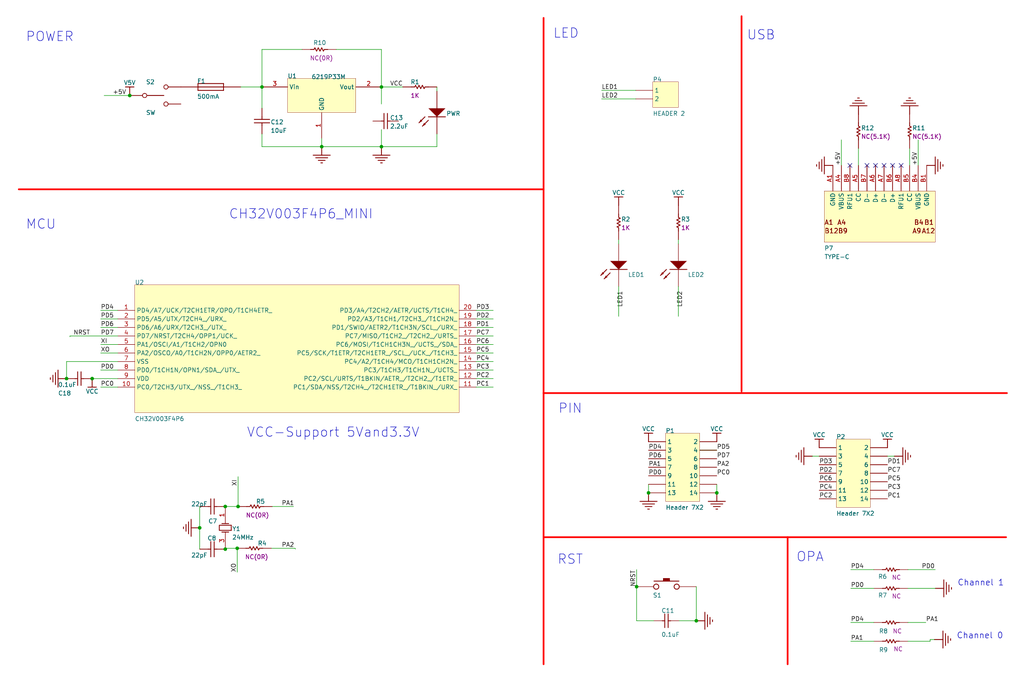
<source format=kicad_sch>
(kicad_sch (version 20231120) (generator "eeschema") (generator_version "8.0")
  (paper "User" 304.8 203.2)
  (lib_symbols
    (symbol "CH32V003F4P6-R0-1v1-altium-import:GND_POWER_GROUND" (power)
      (property "Reference" "#PWR" (at 0 0 0))
      (property "Value" "GND" (at 0 6.35 0))
      (symbol "GND_POWER_GROUND_0_0"
        (polyline (pts (xy -2.54 -2.54) (xy 2.54 -2.54)) (stroke (width 0.254)))
        (polyline (pts (xy -1.778 -3.302) (xy 1.778 -3.302)) (stroke (width 0.254)))
        (polyline (pts (xy -1.016 -4.064) (xy 1.016 -4.064)) (stroke (width 0.254)))
        (polyline (pts (xy -0.254 -4.826) (xy 0.254 -4.826)) (stroke (width 0.254)))
        (polyline (pts (xy 0 0) (xy 0 -2.54)) (stroke (width 0.254)))
        (pin power_in line (at 0 0 0) (length 0) hide (name "GND") (number ""))
      )
    )
    (symbol "CH32V003F4P6-R0-1v1-altium-import:V5V_BAR" (power)
      (property "Reference" "#PWR" (at 0 0 0))
      (property "Value" "V5V" (at 0 3.81 0))
      (symbol "V5V_BAR_0_0"
        (polyline (pts (xy -1.27 -2.54) (xy 1.27 -2.54)) (stroke (width 0.254)))
        (polyline (pts (xy 0 0) (xy 0 -2.54)) (stroke (width 0.254)))
        (pin power_in line (at 0 0 0) (length 0) hide (name "V5V") (number ""))
      )
    )
    (symbol "CH32V003F4P6-R0-1v1-altium-import:VCC_BAR" (power)
      (property "Reference" "#PWR" (at 0 0 0))
      (property "Value" "VCC" (at 0 3.81 0))
      (symbol "VCC_BAR_0_0"
        (polyline (pts (xy -1.27 -2.54) (xy 1.27 -2.54)) (stroke (width 0.254)))
        (polyline (pts (xy 0 0) (xy 0 -2.54)) (stroke (width 0.254)))
        (pin power_in line (at 0 0 0) (length 0) hide (name "VCC") (number ""))
      )
    )
    (symbol "CH32V003F4P6-R0-1v1-altium-import:root_0_6219P33M"
      (symbol "root_0_6219P33M_1_0"
        (rectangle (start 20.32 0) (end 0 -10.16) (stroke (width 0.0254) (color 128 0 0 1)) (fill (type background)))
        (pin passive line (at 10.16 -17.78 90) (length 7.62) (name "GND") (number "1"))
        (pin passive line (at 27.94 -2.54 180) (length 7.62) (name "Vout") (number "2"))
        (pin passive line (at -7.62 -2.54 0) (length 7.62) (name "Vin") (number "3"))
      )
    )
    (symbol "CH32V003F4P6-R0-1v1-altium-import:root_0_CH32V003F4P6"
      (symbol "root_0_CH32V003F4P6_1_0"
        (rectangle (start 96.52 0) (end 0 -38.1) (stroke (width 0.0254) (color 128 0 0 1)) (fill (type background)))
        (pin bidirectional line (at -5.08 -7.62 0) (length 5.08) (name "PD4/A7/UCK/T2CH1ETR/OPO/T1CH4ETR_") (number "1"))
        (pin bidirectional line (at -5.08 -30.48 0) (length 5.08) (name "PC0/T2CH3/UTX_/NSS_/T1CH3_") (number "10"))
        (pin bidirectional line (at 101.6 -30.48 180) (length 5.08) (name "PC1/SDA/NSS/T2CH4_/T2CH1ETR_/T1BKIN_/URX_") (number "11"))
        (pin bidirectional line (at 101.6 -27.94 180) (length 5.08) (name "PC2/SCL/URTS/T1BKIN/AETR_/T2CH2_/T1ETR_") (number "12"))
        (pin bidirectional line (at 101.6 -25.4 180) (length 5.08) (name "PC3/T1CH3/T1CH1N_/UCTS_") (number "13"))
        (pin bidirectional line (at 101.6 -22.86 180) (length 5.08) (name "PC4/A2/T1CH4/MCO/T1CH1CH2N_") (number "14"))
        (pin bidirectional line (at 101.6 -20.32 180) (length 5.08) (name "PC5/SCK/T1ETR/T2CH1ETR_/SCL_/UCK_/T1CH3_") (number "15"))
        (pin bidirectional line (at 101.6 -17.78 180) (length 5.08) (name "PC6/MOSI/T1CH1CH3N_/UCTS_/SDA_") (number "16"))
        (pin bidirectional line (at 101.6 -15.24 180) (length 5.08) (name "PC7/MISO/T1CH2_/T2CH2_/URTS_") (number "17"))
        (pin bidirectional line (at 101.6 -12.7 180) (length 5.08) (name "PD1/SWIO/AETR2/T1CH3N/SCL_/URX_") (number "18"))
        (pin bidirectional line (at 101.6 -10.16 180) (length 5.08) (name "PD2/A3/T1CH1/T2CH3_/T1CH2N_") (number "19"))
        (pin bidirectional line (at -5.08 -10.16 0) (length 5.08) (name "PD5/A5/UTX/T2CH4_/URX_") (number "2"))
        (pin bidirectional line (at 101.6 -7.62 180) (length 5.08) (name "PD3/A4/T2CH2/AETR/UCTS/T1CH4_") (number "20"))
        (pin bidirectional line (at -5.08 -12.7 0) (length 5.08) (name "PD6/A6/URX/T2CH3_/UTX_") (number "3"))
        (pin bidirectional line (at -5.08 -15.24 0) (length 5.08) (name "PD7/NRST/T2CH4/OPP1/UCK_") (number "4"))
        (pin bidirectional line (at -5.08 -17.78 0) (length 5.08) (name "PA1/OSCI/A1/T1CH2/OPN0") (number "5"))
        (pin bidirectional line (at -5.08 -20.32 0) (length 5.08) (name "PA2/OSCO/A0/T1CH2N/OPP0/AETR2_") (number "6"))
        (pin power_in line (at -5.08 -22.86 0) (length 5.08) (name "VSS") (number "7"))
        (pin bidirectional line (at -5.08 -25.4 0) (length 5.08) (name "PD0/T1CH1N/OPN1/SDA_/UTX_") (number "8"))
        (pin power_in line (at -5.08 -27.94 0) (length 5.08) (name "VDD") (number "9"))
      )
    )
    (symbol "CH32V003F4P6-R0-1v1-altium-import:root_0_Cap_0"
      (symbol "root_0_Cap_0_1_0"
        (polyline (pts (xy 0 -2.54) (xy 0.762 -2.54)) (stroke (width 0.254)))
        (polyline (pts (xy 0.762 -4.572) (xy 0.762 -0.508)) (stroke (width 0.254)))
        (polyline (pts (xy 1.778 -0.508) (xy 1.778 -4.572)) (stroke (width 0.254)))
        (polyline (pts (xy 2.54 -2.54) (xy 1.778 -2.54)) (stroke (width 0.254)))
        (pin passive line (at -2.54 -2.54 0) (length 2.54) (name "1") (number "1"))
        (pin passive line (at 5.08 -2.54 180) (length 2.54) (name "2") (number "2"))
      )
    )
    (symbol "CH32V003F4P6-R0-1v1-altium-import:root_0_FUSE1_0"
      (symbol "root_0_FUSE1_0_1_0"
        (polyline (pts (xy 0 -3.556) (xy 7.62 -3.556)) (stroke (width 0.254)))
        (polyline (pts (xy 0 -2.54) (xy 7.62 -2.54)) (stroke (width 0.254)))
        (polyline (pts (xy 0 -1.524) (xy 0 -3.556)) (stroke (width 0.254)))
        (polyline (pts (xy 0 -1.524) (xy 7.62 -1.524)) (stroke (width 0.254)))
        (polyline (pts (xy 7.62 -1.524) (xy 7.62 -3.556)) (stroke (width 0.254)))
        (pin passive line (at -5.08 -2.54 0) (length 5.08) (name "1") (number "1"))
        (pin passive line (at 12.7 -2.54 180) (length 5.08) (name "2") (number "2"))
      )
    )
    (symbol "CH32V003F4P6-R0-1v1-altium-import:root_0_HEADER 2"
      (symbol "root_0_HEADER 2_1_0"
        (rectangle (start 12.7 2.54) (end 5.08 -5.08) (stroke (width 0.0254) (color 128 0 0 1)) (fill (type background)))
        (pin passive line (at 0 0 0) (length 5.08) (name "1") (number "1"))
        (pin passive line (at 0 -2.54 0) (length 5.08) (name "2") (number "2"))
      )
    )
    (symbol "CH32V003F4P6-R0-1v1-altium-import:root_0_Header 7X2"
      (symbol "root_0_Header 7X2_1_0"
        (rectangle (start 10.16 0) (end 0 -20.32) (stroke (width 0.0254) (color 128 0 0 1)) (fill (type background)))
        (pin passive line (at -5.08 -2.54 0) (length 5.08) (name "1") (number "1"))
        (pin passive line (at 15.24 -12.7 180) (length 5.08) (name "10") (number "10"))
        (pin passive line (at -5.08 -15.24 0) (length 5.08) (name "11") (number "11"))
        (pin passive line (at 15.24 -15.24 180) (length 5.08) (name "12") (number "12"))
        (pin passive line (at -5.08 -17.78 0) (length 5.08) (name "13") (number "13"))
        (pin passive line (at 15.24 -17.78 180) (length 5.08) (name "14") (number "14"))
        (pin passive line (at 15.24 -2.54 180) (length 5.08) (name "2") (number "2"))
        (pin passive line (at -5.08 -5.08 0) (length 5.08) (name "3") (number "3"))
        (pin passive line (at 15.24 -5.08 180) (length 5.08) (name "4") (number "4"))
        (pin passive line (at -5.08 -7.62 0) (length 5.08) (name "5") (number "5"))
        (pin passive line (at 15.24 -7.62 180) (length 5.08) (name "6") (number "6"))
        (pin passive line (at -5.08 -10.16 0) (length 5.08) (name "7") (number "7"))
        (pin passive line (at 15.24 -10.16 180) (length 5.08) (name "8") (number "8"))
        (pin passive line (at -5.08 -12.7 0) (length 5.08) (name "9") (number "9"))
      )
    )
    (symbol "CH32V003F4P6-R0-1v1-altium-import:root_0_KEY_0"
      (symbol "root_0_KEY_0_1_0"
        (circle (center -4.318 0) (radius 0.762) (stroke (width 0.254)))
        (polyline (pts (xy -5.08 1.778) (xy -5.08 1.524) (xy 2.54 1.524) (xy 2.54 1.778) (xy -0.254 1.778) (xy -0.254 2.54) (xy -2.286 2.54) (xy -2.286 1.778) (xy -5.08 1.778)) (stroke (width -0.0001)) (fill (type outline)))
        (circle (center 1.778 0) (radius 0.762) (stroke (width 0.254)))
        (pin passive line (at -10.16 0 0) (length 5.08) (name "1") (number "1"))
        (pin passive line (at 7.62 0 180) (length 5.08) (name "2") (number "2"))
      )
    )
    (symbol "CH32V003F4P6-R0-1v1-altium-import:root_0_Res Semi_0"
      (symbol "root_0_Res Semi_0_1_0"
        (polyline (pts (xy 5.08 -2.54) (xy 4.064 -2.54) (xy 3.81 -3.048) (xy 3.302 -2.032) (xy 2.794 -3.048) (xy 2.286 -2.032) (xy 1.778 -3.048) (xy 1.27 -2.032) (xy 1.016 -2.54) (xy 0 -2.54)) (stroke (width 0.254)))
        (pin passive line (at -2.54 -2.54 0) (length 2.54) (name "1") (number "1"))
        (pin passive line (at 7.62 -2.54 180) (length 2.54) (name "2") (number "2"))
      )
    )
    (symbol "CH32V003F4P6-R0-1v1-altium-import:root_0_SW_0"
      (symbol "root_0_SW_0_1_0"
        (polyline (pts (xy 0 0) (xy 5.08 0)) (stroke (width 0.254)))
        (pin passive inverted (at -5.08 0 0) (length 5.08) (name "1") (number "1"))
        (pin passive inverted (at 10.16 -2.54 180) (length 5.08) (name "2") (number "2"))
        (pin passive inverted (at 10.16 2.54 180) (length 5.08) (name "3") (number "3"))
      )
    )
    (symbol "CH32V003F4P6-R0-1v1-altium-import:root_0_TYPE-C1_0"
      (symbol "root_0_TYPE-C1_0_1_0"
        (rectangle (start 33.02 0) (end 0 -15.24) (stroke (width 0.0254) (color 128 0 0 1)) (fill (type background)))
        (text "A1" (at 0 -10.16 0) (effects (font (size 1.397 1.397)) (justify left bottom)))
        (text "A1" (at 0 -10.16 0) (effects (font (size 1.397 1.397)) (justify left bottom)))
        (text "A1" (at 0 -10.16 0) (effects (font (size 1.397 1.397)) (justify left bottom)))
        (text "A12" (at 28.956 -12.7 0) (effects (font (size 1.397 1.397)) (justify left bottom)))
        (text "A12" (at 28.956 -12.7 0) (effects (font (size 1.397 1.397)) (justify left bottom)))
        (text "A12" (at 28.956 -12.7 0) (effects (font (size 1.397 1.397)) (justify left bottom)))
        (text "A4" (at 3.81 -10.16 0) (effects (font (size 1.397 1.397)) (justify left bottom)))
        (text "A4" (at 3.81 -10.16 0) (effects (font (size 1.397 1.397)) (justify left bottom)))
        (text "A4" (at 3.81 -10.16 0) (effects (font (size 1.397 1.397)) (justify left bottom)))
        (text "A9" (at 26.162 -12.7 0) (effects (font (size 1.397 1.397)) (justify left bottom)))
        (text "A9" (at 26.162 -12.7 0) (effects (font (size 1.397 1.397)) (justify left bottom)))
        (text "A9" (at 26.162 -12.7 0) (effects (font (size 1.397 1.397)) (justify left bottom)))
        (text "B1" (at 29.718 -10.16 0) (effects (font (size 1.397 1.397)) (justify left bottom)))
        (text "B1" (at 29.718 -10.16 0) (effects (font (size 1.397 1.397)) (justify left bottom)))
        (text "B1" (at 29.718 -10.16 0) (effects (font (size 1.397 1.397)) (justify left bottom)))
        (text "B12" (at 0 -12.7 0) (effects (font (size 1.397 1.397)) (justify left bottom)))
        (text "B12" (at 0 -12.7 0) (effects (font (size 1.397 1.397)) (justify left bottom)))
        (text "B12" (at 0 -12.7 0) (effects (font (size 1.397 1.397)) (justify left bottom)))
        (text "B4" (at 26.67 -10.16 0) (effects (font (size 1.397 1.397)) (justify left bottom)))
        (text "B4" (at 26.67 -10.16 0) (effects (font (size 1.397 1.397)) (justify left bottom)))
        (text "B4" (at 26.67 -10.16 0) (effects (font (size 1.397 1.397)) (justify left bottom)))
        (text "B9" (at 4.064 -12.7 0) (effects (font (size 1.397 1.397)) (justify left bottom)))
        (text "B9" (at 4.064 -12.7 0) (effects (font (size 1.397 1.397)) (justify left bottom)))
        (text "B9" (at 4.064 -12.7 0) (effects (font (size 1.397 1.397)) (justify left bottom)))
        (pin bidirectional line (at 2.54 7.62 270) (length 7.62) (name "GND") (number "A1"))
        (pin bidirectional line (at 5.08 7.62 270) (length 7.62) (name "VBUS") (number "A4"))
        (pin bidirectional line (at 10.16 7.62 270) (length 7.62) (name "CC") (number "A5"))
        (pin bidirectional line (at 15.24 7.62 270) (length 7.62) (name "D+") (number "A6"))
        (pin bidirectional line (at 17.78 7.62 270) (length 7.62) (name "D-") (number "A7"))
        (pin bidirectional line (at 22.86 7.62 270) (length 7.62) (name "RFU1") (number "A8"))
        (pin bidirectional line (at 30.48 7.62 270) (length 7.62) (name "GND") (number "B1"))
        (pin bidirectional line (at 27.94 7.62 270) (length 7.62) (name "VBUS") (number "B4"))
        (pin bidirectional line (at 25.4 7.62 270) (length 7.62) (name "CC") (number "B5"))
        (pin bidirectional line (at 20.32 7.62 270) (length 7.62) (name "D+") (number "B6"))
        (pin bidirectional line (at 12.7 7.62 270) (length 7.62) (name "D-") (number "B7"))
        (pin bidirectional line (at 7.62 7.62 270) (length 7.62) (name "RFU1") (number "B8"))
      )
    )
    (symbol "CH32V003F4P6-R0-1v1-altium-import:root_1_CAP_0"
      (symbol "root_1_CAP_0_1_0"
        (polyline (pts (xy 0 2.54) (xy 0.762 2.54)) (stroke (width 0.254)))
        (polyline (pts (xy 0.762 0.254) (xy 0.762 4.826)) (stroke (width 0.254)))
        (polyline (pts (xy 1.778 0.254) (xy 1.778 4.826)) (stroke (width 0.254)))
        (polyline (pts (xy 1.778 2.54) (xy 2.54 2.54)) (stroke (width 0.254)))
        (pin passive line (at -2.54 2.54 0) (length 2.54) (name "1") (number "1"))
        (pin passive line (at 5.08 2.54 180) (length 2.54) (name "2") (number "2"))
      )
    )
    (symbol "CH32V003F4P6-R0-1v1-altium-import:root_1_Res Semi_0"
      (symbol "root_1_Res Semi_0_1_0"
        (polyline (pts (xy 2.54 5.08) (xy 2.54 4.064) (xy 3.048 3.81) (xy 2.032 3.302) (xy 3.048 2.794) (xy 2.032 2.286) (xy 3.048 1.778) (xy 2.032 1.27) (xy 2.54 1.016) (xy 2.54 0)) (stroke (width 0.254)))
        (pin passive line (at 2.54 -2.54 90) (length 2.54) (name "1") (number "1"))
        (pin passive line (at 2.54 7.62 270) (length 2.54) (name "2") (number "2"))
      )
    )
    (symbol "CH32V003F4P6-R0-1v1-altium-import:root_1_mirrored_LED0_0"
      (symbol "root_1_mirrored_LED0_0_1_0"
        (polyline (pts (xy -1.016 -2.54) (xy -2.794 -4.318)) (stroke (width 0.254)))
        (polyline (pts (xy 0 -3.556) (xy -1.778 -5.334)) (stroke (width 0.254)))
        (polyline (pts (xy 0 -2.54) (xy 5.08 -2.54)) (stroke (width 0.254)))
        (polyline (pts (xy -2.794 -4.318) (xy -2.286 -3.302) (xy -1.778 -3.81) (xy -2.794 -4.318)) (stroke (width -0.0001)) (fill (type outline)))
        (polyline (pts (xy -1.778 -5.334) (xy -1.27 -4.318) (xy -0.762 -4.826) (xy -1.778 -5.334)) (stroke (width -0.0001)) (fill (type outline)))
        (polyline (pts (xy 5.08 0) (xy 2.54 -2.54) (xy 0 0) (xy 5.08 0)) (stroke (width -0.0001)) (fill (type outline)))
        (pin passive line (at 2.54 5.08 270) (length 5.08) (name "A") (number "1"))
        (pin passive line (at 2.54 -7.62 90) (length 5.08) (name "K") (number "2"))
      )
    )
    (symbol "CH32V003F4P6-R0-1v1-altium-import:root_2_Cap_0"
      (symbol "root_2_Cap_0_1_0"
        (polyline (pts (xy -2.54 2.54) (xy -1.778 2.54)) (stroke (width 0.254)))
        (polyline (pts (xy -1.778 0.508) (xy -1.778 4.572)) (stroke (width 0.254)))
        (polyline (pts (xy -0.762 4.572) (xy -0.762 0.508)) (stroke (width 0.254)))
        (polyline (pts (xy 0 2.54) (xy -0.762 2.54)) (stroke (width 0.254)))
        (pin passive line (at 2.54 2.54 180) (length 2.54) (name "1") (number "1"))
        (pin passive line (at -5.08 2.54 0) (length 2.54) (name "2") (number "2"))
      )
    )
    (symbol "CH32V003F4P6-R0-1v1-altium-import:root_2_Res Semi_0"
      (symbol "root_2_Res Semi_0_1_0"
        (polyline (pts (xy -5.08 2.54) (xy -4.064 2.54) (xy -3.81 3.048) (xy -3.302 2.032) (xy -2.794 3.048) (xy -2.286 2.032) (xy -1.778 3.048) (xy -1.27 2.032) (xy -1.016 2.54) (xy 0 2.54)) (stroke (width 0.254)))
        (pin passive line (at 2.54 2.54 180) (length 2.54) (name "1") (number "1"))
        (pin passive line (at -7.62 2.54 0) (length 2.54) (name "2") (number "2"))
      )
    )
    (symbol "CH32V003F4P6-R0-1v1-altium-import:root_3_CAP_0"
      (symbol "root_3_CAP_0_1_0"
        (polyline (pts (xy -2.286 -4.318) (xy 2.286 -4.318)) (stroke (width 0.254)))
        (polyline (pts (xy -2.286 -3.302) (xy 2.286 -3.302)) (stroke (width 0.254)))
        (polyline (pts (xy 0 -4.318) (xy 0 -5.08)) (stroke (width 0.254)))
        (polyline (pts (xy 0 -2.54) (xy 0 -3.302)) (stroke (width 0.254)))
        (pin passive line (at 0 0 270) (length 2.54) (name "1") (number "1"))
        (pin passive line (at 0 -7.62 90) (length 2.54) (name "2") (number "2"))
      )
    )
    (symbol "CH32V003F4P6-R0-1v1-altium-import:root_3_Res Semi_0"
      (symbol "root_3_Res Semi_0_1_0"
        (polyline (pts (xy -2.54 -5.08) (xy -2.54 -4.064) (xy -3.048 -3.81) (xy -2.032 -3.302) (xy -3.048 -2.794) (xy -2.032 -2.286) (xy -3.048 -1.778) (xy -2.032 -1.27) (xy -2.54 -1.016) (xy -2.54 0)) (stroke (width 0.254)))
        (pin passive line (at -2.54 2.54 270) (length 2.54) (name "1") (number "1"))
        (pin passive line (at -2.54 -7.62 90) (length 2.54) (name "2") (number "2"))
      )
    )
    (symbol "CH32V003F4P6-R0-1v1-altium-import:root_3_XTAL_0"
      (symbol "root_3_XTAL_0_1_0"
        (polyline (pts (xy -1.524 -2.54) (xy -3.556 -2.54)) (stroke (width 0.254)))
        (polyline (pts (xy -1.524 0) (xy -3.556 0)) (stroke (width 0.254)))
        (polyline (pts (xy -0.762 -0.508) (xy -0.762 -2.032)) (stroke (width 0.254)))
        (polyline (pts (xy -0.762 -2.032) (xy -4.318 -2.032) (xy -4.318 -0.508) (xy -0.762 -0.508)) (stroke (width 0.254)))
        (pin passive line (at -2.54 5.08 270) (length 5.08) (name "OSC1") (number "1"))
        (pin passive line (at -2.54 -7.62 90) (length 5.08) (name "OSC2") (number "3"))
      )
    )
    (symbol "CH32V003F4P6-R0-1v1-altium-import:root_3_mirrored_LED0_0"
      (symbol "root_3_mirrored_LED0_0_1_0"
        (polyline (pts (xy -1.016 -2.54) (xy -2.794 -4.318)) (stroke (width 0.254)))
        (polyline (pts (xy 0 -3.556) (xy -1.778 -5.334)) (stroke (width 0.254)))
        (polyline (pts (xy 0 -2.54) (xy 5.08 -2.54)) (stroke (width 0.254)))
        (polyline (pts (xy -2.794 -4.318) (xy -2.286 -3.302) (xy -1.778 -3.81) (xy -2.794 -4.318)) (stroke (width -0.0001)) (fill (type outline)))
        (polyline (pts (xy -1.778 -5.334) (xy -1.27 -4.318) (xy -0.762 -4.826) (xy -1.778 -5.334)) (stroke (width -0.0001)) (fill (type outline)))
        (polyline (pts (xy 5.08 0) (xy 2.54 -2.54) (xy 0 0) (xy 5.08 0)) (stroke (width -0.0001)) (fill (type outline)))
        (pin passive line (at 2.54 5.08 270) (length 5.08) (name "A") (number "1"))
        (pin passive line (at 2.54 -7.62 90) (length 5.08) (name "K") (number "2"))
      )
    )
  )
  (junction (at 59.436 157.226))
  (junction (at 113.538 43.688))
  (junction (at 95.758 43.688))
  (junction (at 27.432 112.776))
  (junction (at 189.484 174.752))
  (junction (at 213.36 146.812))
  (junction (at 67.056 150.876))
  (junction (at 207.264 184.912))
  (junction (at 113.538 25.908))
  (junction (at 70.866 150.876))
  (junction (at 38.608 28.448))
  (junction (at 193.04 146.812))
  (junction (at 19.812 112.776))
  (junction (at 77.978 25.908))
  (junction (at 70.612 163.322))
  (junction (at 67.056 163.576))
  (no_connect (at 252.984 49.276))
  (no_connect (at 263.144 49.276))
  (no_connect (at 265.684 49.276))
  (no_connect (at 268.224 49.276))
  (no_connect (at 260.604 49.276))
  (no_connect (at 258.064 49.276))
  (polyline (pts (xy 161.798 56.388) (xy 5.588 56.388)) (stroke (width 0.508) (type solid) (color 255 0 0 1)))
  (wire (pts (xy 20.828 100.076) (xy 20.828 100.33)))
  (wire (pts (xy 95.758 41.148) (xy 95.758 43.688)))
  (wire (pts (xy 141.732 102.616) (xy 146.812 102.616)))
  (wire (pts (xy 77.978 43.688) (xy 95.758 43.688)))
  (wire (pts (xy 67.056 150.876) (xy 70.866 150.876)))
  (wire (pts (xy 87.884 163.322) (xy 87.884 163.576)))
  (wire (pts (xy 19.812 107.696) (xy 19.812 112.776)))
  (wire (pts (xy 201.93 85.344) (xy 201.93 94.234)))
  (wire (pts (xy 100.076 14.732) (xy 113.538 14.732)))
  (wire (pts (xy 38.608 28.448) (xy 30.988 28.448)))
  (wire (pts (xy 189.484 174.752) (xy 189.484 169.672)))
  (wire (pts (xy 255.524 49.276) (xy 255.524 44.196)))
  (wire (pts (xy 113.538 25.908) (xy 119.888 25.908)))
  (wire (pts (xy 276.86 190.5) (xy 276.86 191.008)))
  (wire (pts (xy 184.15 85.344) (xy 184.15 94.234)))
  (wire (pts (xy 113.538 43.688) (xy 113.538 38.608)))
  (wire (pts (xy 59.436 150.876) (xy 59.436 157.226)))
  (wire (pts (xy 243.84 135.89) (xy 241.808 135.89)))
  (wire (pts (xy 270.256 185.42) (xy 275.59 185.42)))
  (wire (pts (xy 270.256 169.672) (xy 278.384 169.672)))
  (wire (pts (xy 95.758 43.688) (xy 113.538 43.688)))
  (wire (pts (xy 113.538 43.688) (xy 130.048 43.688)))
  (wire (pts (xy 270.764 49.276) (xy 270.764 44.196)))
  (wire (pts (xy 80.772 163.322) (xy 87.884 163.322)))
  (polyline (pts (xy 162.052 160.02) (xy 299.466 160.02)) (stroke (width 0.508) (type solid) (color 255 0 0 1)))
  (wire (pts (xy 77.978 32.258) (xy 77.978 25.908)))
  (wire (pts (xy 146.812 115.316) (xy 141.732 115.316)))
  (polyline (pts (xy 161.798 5.334) (xy 161.798 197.866)) (stroke (width 0.508) (type solid) (color 255 0 0 1)))
  (wire (pts (xy 35.052 97.536) (xy 29.972 97.536)))
  (wire (pts (xy 141.732 97.536) (xy 146.812 97.536)))
  (wire (pts (xy 276.86 190.5) (xy 278.13 190.5)))
  (wire (pts (xy 35.052 115.316) (xy 29.972 115.316)))
  (wire (pts (xy 29.972 110.236) (xy 35.052 110.236)))
  (wire (pts (xy 130.048 25.908) (xy 130.048 27.178)))
  (wire (pts (xy 207.264 184.912) (xy 207.264 174.752)))
  (wire (pts (xy 184.15 72.644) (xy 184.15 71.374)))
  (wire (pts (xy 270.256 175.26) (xy 278.384 175.26)))
  (wire (pts (xy 27.432 112.776) (xy 35.052 112.776)))
  (wire (pts (xy 189.23 29.464) (xy 179.07 29.464)))
  (wire (pts (xy 77.978 25.908) (xy 71.628 25.908)))
  (wire (pts (xy 146.812 112.776) (xy 141.732 112.776)))
  (wire (pts (xy 67.056 163.322) (xy 70.612 163.322)))
  (wire (pts (xy 35.052 94.996) (xy 29.972 94.996)))
  (wire (pts (xy 67.056 163.576) (xy 67.056 163.322)))
  (wire (pts (xy 130.048 43.688) (xy 130.048 39.878)))
  (wire (pts (xy 202.184 184.912) (xy 207.264 184.912)))
  (polyline (pts (xy 220.726 116.586) (xy 220.726 4.826)) (stroke (width 0.508) (type solid) (color 255 0 0 1)))
  (wire (pts (xy 189.23 26.924) (xy 179.07 26.924)))
  (wire (pts (xy 146.812 110.236) (xy 141.732 110.236)))
  (wire (pts (xy 141.732 100.076) (xy 146.812 100.076)))
  (wire (pts (xy 81.026 150.876) (xy 87.376 150.876)))
  (wire (pts (xy 59.436 157.226) (xy 59.436 163.576)))
  (wire (pts (xy 70.612 163.322) (xy 70.612 170.434)))
  (wire (pts (xy 250.444 49.276) (xy 250.444 41.656)))
  (wire (pts (xy 208.28 134.112) (xy 213.36 134.112)))
  (wire (pts (xy 266.192 135.89) (xy 264.16 135.89)))
  (wire (pts (xy 189.484 184.912) (xy 189.484 174.752)))
  (wire (pts (xy 77.978 39.878) (xy 77.978 43.688)))
  (wire (pts (xy 194.564 184.912) (xy 189.484 184.912)))
  (wire (pts (xy 260.096 191.008) (xy 253.238 191.008)))
  (wire (pts (xy 70.866 150.876) (xy 70.866 141.986)))
  (wire (pts (xy 260.096 175.26) (xy 253.238 175.26)))
  (wire (pts (xy 35.052 92.456) (xy 29.972 92.456)))
  (wire (pts (xy 141.732 94.996) (xy 146.812 94.996)))
  (wire (pts (xy 276.86 191.008) (xy 270.256 191.008)))
  (wire (pts (xy 193.04 144.272) (xy 193.04 146.812)))
  (polyline (pts (xy 234.442 197.866) (xy 234.442 160.02)) (stroke (width 0.508) (type solid) (color 255 0 0 1)))
  (wire (pts (xy 273.304 49.276) (xy 273.304 41.656)))
  (wire (pts (xy 29.972 102.616) (xy 35.052 102.616)))
  (wire (pts (xy 35.052 107.696) (xy 19.812 107.696)))
  (wire (pts (xy 29.972 105.156) (xy 35.052 105.156)))
  (wire (pts (xy 213.36 144.272) (xy 213.36 146.812)))
  (wire (pts (xy 77.978 14.732) (xy 77.978 25.908)))
  (wire (pts (xy 146.812 107.696) (xy 141.732 107.696)))
  (wire (pts (xy 146.812 92.456) (xy 141.732 92.456)))
  (wire (pts (xy 141.732 105.156) (xy 146.812 105.156)))
  (wire (pts (xy 113.538 30.988) (xy 113.538 25.908)))
  (wire (pts (xy 201.93 72.644) (xy 201.93 71.374)))
  (wire (pts (xy 260.096 169.672) (xy 253.238 169.672)))
  (wire (pts (xy 260.096 185.42) (xy 253.238 185.42)))
  (polyline (pts (xy 161.798 117.094) (xy 299.72 117.094)) (stroke (width 0.508) (type solid) (color 255 0 0 1)))
  (wire (pts (xy 113.538 14.732) (xy 113.538 25.908)))
  (wire (pts (xy 89.916 14.732) (xy 77.978 14.732)))
  (wire (pts (xy 35.052 100.076) (xy 20.828 100.076)))
  (text "PIN" (at 166.116 123.444 0) (effects (font (size 2.794 2.794)) (justify left bottom)))
  (text "POWER" (at 7.62 12.7 0) (effects (font (size 2.794 2.794)) (justify left bottom)))
  (text "USB" (at 222.25 12.192 0) (effects (font (size 2.794 2.794)) (justify left bottom)))
  (text "Channel 0" (at 284.734 190.5 0) (effects (font (size 1.778 1.778)) (justify left bottom)))
  (text "${TITLE}" (at 278.892 186.944 0) (effects (font (size 1.905 1.905) (thickness 0.381) (bold yes) (italic yes)) (justify left bottom)))
  (text "Channel 1" (at 284.988 174.752 0) (effects (font (size 1.778 1.778)) (justify left bottom)))
  (text "VCC-Support 5Vand3.3V" (at 73.406 130.556 0) (effects (font (size 2.794 2.794)) (justify left bottom)))
  (text "RST" (at 165.862 168.402 0) (effects (font (size 2.794 2.794)) (justify left bottom)))
  (text "LED" (at 164.592 11.684 0) (effects (font (size 2.794 2.794)) (justify left bottom)))
  (text "CH32V003F4P6_MINI" (at 68.072 65.532 0) (effects (font (size 2.794 2.794)) (justify left bottom)))
  (text "MCU" (at 7.62 68.58 0) (effects (font (size 2.794 2.794)) (justify left bottom)))
  (text "OPA" (at 236.982 167.64 0) (effects (font (size 2.794 2.794)) (justify left bottom)))
  (label "LED2" (at 201.93 86.614 270))
  (label "PD6" (at 29.972 97.536 0))
  (label "PD4" (at 193.04 134.112 0))
  (label "PD2" (at 141.732 94.996 0))
  (label "PD6" (at 193.04 136.652 0))
  (label "PC2" (at 141.732 112.776 0))
  (label "XO" (at 29.972 105.156 0))
  (label "PC6" (at 243.84 143.51 0))
  (label "PA2" (at 213.36 139.192 0))
  (label "PC7" (at 141.732 100.076 0))
  (label "PC5" (at 264.16 143.51 0))
  (label "PC7" (at 264.16 140.97 0))
  (label "PD0" (at 274.32 169.672 0))
  (label "PC3" (at 264.16 146.05 0))
  (label "PD7" (at 213.36 136.652 0))
  (label "PD3" (at 141.732 92.456 0))
  (label "LED2" (at 179.07 29.464 0))
  (label "PD7" (at 29.972 100.076 0))
  (label "PD4" (at 29.972 92.456 0))
  (label "PC6" (at 141.732 102.616 0))
  (label "PC4" (at 243.84 146.05 0))
  (label "LED1" (at 184.15 86.614 270))
  (label "PC1" (at 141.732 115.316 0))
  (label "PD4" (at 253.238 169.672 0))
  (label "PD4" (at 253.238 185.42 0))
  (label "PD2" (at 243.84 140.97 0))
  (label "PA2" (at 83.82 163.322 0))
  (label "NRST" (at 21.844 100.076 0))
  (label "PC0" (at 213.36 141.732 0))
  (label "+5V" (at 33.528 28.448 0))
  (label "PC5" (at 141.732 105.156 0))
  (label "PA1" (at 275.59 185.42 0))
  (label "PD0" (at 29.972 110.236 0))
  (label "LED1" (at 179.07 26.924 0))
  (label "+5V" (at 273.304 49.276 90))
  (label "PC1" (at 264.16 148.59 0))
  (label "VCC" (at 116.078 25.908 0))
  (label "PA1" (at 253.238 191.008 0))
  (label "PA1" (at 193.04 139.192 0))
  (label "XI" (at 70.866 144.78 90))
  (label "PD1" (at 141.732 97.536 0))
  (label "PD5" (at 29.972 94.996 0))
  (label "PC3" (at 141.732 110.236 0))
  (label "XO" (at 70.612 170.434 90))
  (label "PC0" (at 29.972 115.316 0))
  (label "PD0" (at 193.04 141.732 0))
  (label "PC2" (at 243.84 148.59 0))
  (label "XI" (at 29.972 102.616 0))
  (label "NRST" (at 189.484 174.752 90))
  (label "PA1" (at 83.82 150.876 0))
  (label "PC4" (at 141.732 107.696 0))
  (label "PD0" (at 253.238 175.26 0))
  (label "+5V" (at 250.444 49.276 90))
  (label "PD3" (at 243.84 138.43 0))
  (label "PD1" (at 264.16 138.43 0))
  (label "PD5" (at 213.36 134.112 0))
  (symbol (lib_id "CH32V003F4P6-R0-1v1-altium-import:root_0_SW_0") (at 43.688 28.448 0) (unit 1)
    (property "Reference" "S2" (at 43.434 25.146 0) (effects (justify left bottom)))
    (property "Value" "SW" (at 43.434 34.29 0) (effects (justify left bottom)))
    (property "Footprint" "SW1" (effects (hide yes)))
  )
  (symbol (lib_id "CH32V003F4P6-R0-1v1-altium-import:VCC_BAR") (at 193.04 131.572 180) (unit 1)
    (property "Reference" "#PWR?" (effects (hide yes)))
    (property "Value" "VCC" (at 193.04 127.762 0))
  )
  (symbol (lib_id "CH32V003F4P6-R0-1v1-altium-import:root_0_6219P33M") (at 85.598 23.368 0) (unit 1)
    (property "Reference" "U1" (at 85.598 23.368 0) (effects (justify left bottom)))
    (property "Value" "6219P33M" (at 92.71 23.622 0) (effects (justify left bottom)))
    (property "Footprint" "SOT-23" (effects (hide yes)))
  )
  (symbol (lib_id "CH32V003F4P6-R0-1v1-altium-import:root_0_Res Semi_0") (at 73.152 160.782 0) (unit 1)
    (property "Reference" "R4" (at 76.708 162.56 0) (effects (justify left bottom)))
    (property "Value" "0R" (effects (hide yes)))
    (property "Footprint" "0603" (effects (hide yes)))
    (property "Description" "Semiconductor Resistor" (effects (hide yes)))
    (property "PUBLISHED" "8-Jun-2000" (effects (hide yes)))
    (property "LATESTREVISIONDATE" "17-Jul-2002" (effects (hide yes)))
    (property "LATESTREVISIONNOTE" "Re-released for DXP Platform." (effects (hide yes)))
    (property "PACKAGEREFERENCE" "AXIAL-0.5" (effects (hide yes)))
    (property "PUBLISHER" "Altium Limited" (effects (hide yes)))
    (property "ALTIUM_VALUE" "NC(0R)" (at 72.898 166.624 0) (effects (justify left bottom)))
  )
  (symbol (lib_id "CH32V003F4P6-R0-1v1-altium-import:root_1_CAP_0") (at 61.976 166.116 0) (unit 1)
    (property "Reference" "C8" (at 61.722 161.036 0) (effects (justify left bottom)))
    (property "Value" "22pF" (at 56.896 166.116 0) (effects (justify left bottom)))
    (property "Footprint" "0603_C" (effects (hide yes)))
    (property "Description" "Capacitor" (effects (hide yes)))
  )
  (symbol (lib_id "CH32V003F4P6-R0-1v1-altium-import:root_2_Res Semi_0") (at 127.508 28.448 0) (unit 1)
    (property "Reference" "R1" (at 122.174 25.146 0) (effects (justify left bottom)))
    (property "Value" "1K" (effects (hide yes)))
    (property "Footprint" "0603" (effects (hide yes)))
    (property "Description" "Semiconductor Resistor" (effects (hide yes)))
    (property "PUBLISHED" "8-Jun-2000" (effects (hide yes)))
    (property "LATESTREVISIONDATE" "17-Jul-2002" (effects (hide yes)))
    (property "LATESTREVISIONNOTE" "Re-released for DXP Platform." (effects (hide yes)))
    (property "PACKAGEREFERENCE" "AXIAL-0.5" (effects (hide yes)))
    (property "PUBLISHER" "Altium Limited" (effects (hide yes)))
    (property "ALTIUM_VALUE" "1K" (at 122.174 29.21 0) (effects (justify left bottom)))
  )
  (symbol (lib_id "CH32V003F4P6-R0-1v1-altium-import:root_3_mirrored_LED0_0") (at 181.61 77.724 0) (unit 1)
    (property "Reference" "LED1" (at 186.944 82.55 0) (effects (justify left bottom)))
    (property "Value" "LED1   blue" (effects (hide yes)))
    (property "Footprint" "0603+" (effects (hide yes)))
    (property "Description" "Typical INFRARED GaAs LED" (effects (hide yes)))
    (property "PUBLISHED" "8-Jun-2000" (effects (hide yes)))
    (property "LATESTREVISIONDATE" "08-Jul-2005" (effects (hide yes)))
    (property "LATESTREVISIONNOTE" "Mech Layer 1 removed." (effects (hide yes)))
    (property "PACKAGEREFERENCE" "LED-0" (effects (hide yes)))
    (property "PUBLISHER" "Altium Limited" (effects (hide yes)))
  )
  (symbol (lib_id "CH32V003F4P6-R0-1v1-altium-import:root_1_CAP_0") (at 113.538 38.608 0) (unit 1)
    (property "Reference" "C13" (at 116.078 35.814 0) (effects (justify left bottom)))
    (property "Value" "2.2uF" (at 116.078 38.354 0) (effects (justify left bottom)))
    (property "Footprint" "0603_C" (effects (hide yes)))
    (property "Description" "Capacitor" (effects (hide yes)))
  )
  (symbol (lib_id "CH32V003F4P6-R0-1v1-altium-import:root_2_Cap_0") (at 199.644 187.452 0) (unit 1)
    (property "Reference" "C11" (at 196.85 182.626 0) (effects (justify left bottom)))
    (property "Value" "0.1uF" (at 196.85 189.738 0) (effects (justify left bottom)))
    (property "Footprint" "0603_C" (effects (hide yes)))
    (property "Description" "Capacitor" (effects (hide yes)))
    (property "PUBLISHED" "8-Jun-2000" (effects (hide yes)))
    (property "LATESTREVISIONDATE" "17-Jul-2002" (effects (hide yes)))
    (property "LATESTREVISIONNOTE" "Re-released for DXP Platform." (effects (hide yes)))
    (property "PACKAGEREFERENCE" "RAD-0.3" (effects (hide yes)))
    (property "PUBLISHER" "Altium Limited" (effects (hide yes)))
    (property "ALTIUM_VALUE" "0.1uF" (effects (hide yes)))
  )
  (symbol (lib_id "CH32V003F4P6-R0-1v1-altium-import:VCC_BAR") (at 264.16 133.35 180) (unit 1)
    (property "Reference" "#PWR?" (effects (hide yes)))
    (property "Value" "VCC" (at 264.16 129.54 0))
  )
  (symbol (lib_id "CH32V003F4P6-R0-1v1-altium-import:GND_POWER_GROUND") (at 113.538 43.688 0) (unit 1)
    (property "Reference" "#PWR?" (effects (hide yes)))
    (property "Value" "GND" (effects (hide yes)))
  )
  (symbol (lib_id "CH32V003F4P6-R0-1v1-altium-import:root_3_Res Semi_0") (at 204.47 63.754 0) (unit 1)
    (property "Reference" "R3" (at 202.692 66.04 0) (effects (justify left bottom)))
    (property "Value" "1K" (effects (hide yes)))
    (property "Footprint" "0603" (effects (hide yes)))
    (property "Description" "Semiconductor Resistor" (effects (hide yes)))
    (property "PUBLISHED" "8-Jun-2000" (effects (hide yes)))
    (property "LATESTREVISIONDATE" "17-Jul-2002" (effects (hide yes)))
    (property "LATESTREVISIONNOTE" "Re-released for DXP Platform." (effects (hide yes)))
    (property "PACKAGEREFERENCE" "AXIAL-0.5" (effects (hide yes)))
    (property "PUBLISHER" "Altium Limited" (effects (hide yes)))
    (property "ALTIUM_VALUE" "1K" (at 202.692 68.58 0) (effects (justify left bottom)))
  )
  (symbol (lib_id "CH32V003F4P6-R0-1v1-altium-import:GND_POWER_GROUND") (at 193.04 146.812 0) (unit 1)
    (property "Reference" "#PWR?" (effects (hide yes)))
    (property "Value" "GND" (effects (hide yes)))
  )
  (symbol (lib_id "CH32V003F4P6-R0-1v1-altium-import:root_0_Res Semi_0") (at 92.456 12.192 0) (unit 1)
    (property "Reference" "R10" (at 93.218 13.462 0) (effects (justify left bottom)))
    (property "Value" "0R" (effects (hide yes)))
    (property "Footprint" "0603" (effects (hide yes)))
    (property "Description" "Semiconductor Resistor" (effects (hide yes)))
    (property "PUBLISHED" "8-Jun-2000" (effects (hide yes)))
    (property "LATESTREVISIONDATE" "17-Jul-2002" (effects (hide yes)))
    (property "LATESTREVISIONNOTE" "Re-released for DXP Platform." (effects (hide yes)))
    (property "PACKAGEREFERENCE" "AXIAL-0.5" (effects (hide yes)))
    (property "PUBLISHER" "Altium Limited" (effects (hide yes)))
    (property "ALTIUM_VALUE" "NC(0R)" (at 92.202 18.034 0) (effects (justify left bottom)))
  )
  (symbol (lib_id "CH32V003F4P6-R0-1v1-altium-import:GND_POWER_GROUND") (at 278.384 175.26 90) (unit 1)
    (property "Reference" "#PWR?" (effects (hide yes)))
    (property "Value" "GND" (effects (hide yes)))
  )
  (symbol (lib_id "CH32V003F4P6-R0-1v1-altium-import:root_3_mirrored_LED0_0") (at 199.39 77.724 0) (unit 1)
    (property "Reference" "LED2" (at 204.724 82.55 0) (effects (justify left bottom)))
    (property "Value" "LED2  blue" (effects (hide yes)))
    (property "Footprint" "0603+" (effects (hide yes)))
    (property "Description" "Typical INFRARED GaAs LED" (effects (hide yes)))
    (property "PUBLISHED" "8-Jun-2000" (effects (hide yes)))
    (property "LATESTREVISIONDATE" "08-Jul-2005" (effects (hide yes)))
    (property "LATESTREVISIONNOTE" "Mech Layer 1 removed." (effects (hide yes)))
    (property "PACKAGEREFERENCE" "LED-0" (effects (hide yes)))
    (property "PUBLISHER" "Altium Limited" (effects (hide yes)))
  )
  (symbol (lib_id "CH32V003F4P6-R0-1v1-altium-import:root_1_mirrored_LED0_0") (at 127.508 32.258 0) (unit 1)
    (property "Reference" "PWR" (at 132.842 34.544 0) (effects (justify left bottom)))
    (property "Value" "POWER  red" (effects (hide yes)))
    (property "Footprint" "0603+" (effects (hide yes)))
    (property "Description" "Typical INFRARED GaAs LED" (effects (hide yes)))
    (property "PUBLISHED" "8-Jun-2000" (effects (hide yes)))
    (property "LATESTREVISIONDATE" "08-Jul-2005" (effects (hide yes)))
    (property "LATESTREVISIONNOTE" "Mech Layer 1 removed." (effects (hide yes)))
    (property "PACKAGEREFERENCE" "LED-0" (effects (hide yes)))
    (property "PUBLISHER" "Altium Limited" (effects (hide yes)))
  )
  (symbol (lib_id "CH32V003F4P6-R0-1v1-altium-import:root_1_Res Semi_0") (at 268.224 41.656 0) (unit 1)
    (property "Reference" "R11" (at 271.526 38.862 0) (effects (justify left bottom)))
    (property "Value" "0R" (effects (hide yes)))
    (property "Footprint" "0603" (effects (hide yes)))
    (property "Description" "Semiconductor Resistor" (effects (hide yes)))
    (property "PUBLISHED" "8-Jun-2000" (effects (hide yes)))
    (property "LATESTREVISIONDATE" "17-Jul-2002" (effects (hide yes)))
    (property "LATESTREVISIONNOTE" "Re-released for DXP Platform." (effects (hide yes)))
    (property "PACKAGEREFERENCE" "AXIAL-0.5" (effects (hide yes)))
    (property "PUBLISHER" "Altium Limited" (effects (hide yes)))
    (property "ALTIUM_VALUE" "NC(5.1K)" (at 271.526 41.402 0) (effects (justify left bottom)))
  )
  (symbol (lib_id "CH32V003F4P6-R0-1v1-altium-import:root_0_KEY_0") (at 199.644 174.752 0) (unit 1)
    (property "Reference" "S1" (at 194.31 178.054 0) (effects (justify left bottom)))
    (property "Value" "NRST" (effects (hide yes)))
    (property "Footprint" "SMD_6.1x3.65x2.5mm-KEY" (effects (hide yes)))
  )
  (symbol (lib_id "CH32V003F4P6-R0-1v1-altium-import:root_3_XTAL_0") (at 69.596 155.956 0) (unit 1)
    (property "Reference" "Y1" (at 69.088 158.242 0) (effects (justify left bottom)))
    (property "Value" "24MHz" (at 69.088 160.782 0) (effects (justify left bottom)))
    (property "Footprint" "XT3225" (effects (hide yes)))
    (property "Description" "Crystal Oscillator" (effects (hide yes)))
    (property "PUBLISHED" "8-Jun-2000" (effects (hide yes)))
    (property "LATESTREVISIONDATE" "17-Jul-2002" (effects (hide yes)))
    (property "LATESTREVISIONNOTE" "Re-released for DXP Platform." (effects (hide yes)))
    (property "PACKAGEREFERENCE" "R38" (effects (hide yes)))
    (property "PUBLISHER" "Altium Limited" (effects (hide yes)))
    (property "PACKAGEDESCRIPTION" "Crystal, Thru-Hole; 2 Leads; Body 3.1 x 8.2 mm (Dia.xH)" (effects (hide yes)))
  )
  (symbol (lib_id "CH32V003F4P6-R0-1v1-altium-import:root_0_HEADER 2") (at 189.23 26.924 0) (unit 1)
    (property "Reference" "P4" (at 194.31 24.384 0) (effects (justify left bottom)))
    (property "Value" "HEADER 2" (at 194.31 34.544 0) (effects (justify left bottom)))
    (property "Footprint" "MYPCB.lib:SIP2-2.54mm" (effects (hide yes)))
    (property "Description" "Header, 2-Pin" (effects (hide yes)))
  )
  (symbol (lib_id "CH32V003F4P6-R0-1v1-altium-import:root_0_Cap_0") (at 22.352 110.236 0) (unit 1)
    (property "Reference" "C18" (at 17.272 117.856 0) (effects (justify left bottom)))
    (property "Value" "0.1uF" (at 17.272 115.316 0) (effects (justify left bottom)))
    (property "Footprint" "0603_C" (effects (hide yes)))
    (property "Description" "Capacitor" (effects (hide yes)))
    (property "PUBLISHED" "8-Jun-2000" (effects (hide yes)))
    (property "LATESTREVISIONDATE" "17-Jul-2002" (effects (hide yes)))
    (property "LATESTREVISIONNOTE" "Re-released for DXP Platform." (effects (hide yes)))
    (property "PACKAGEREFERENCE" "RAD-0.3" (effects (hide yes)))
    (property "PUBLISHER" "Altium Limited" (effects (hide yes)))
    (property "ALTIUM_VALUE" "15pF" (effects (hide yes)))
  )
  (symbol (lib_id "CH32V003F4P6-R0-1v1-altium-import:root_1_CAP_0") (at 61.976 153.416 0) (unit 1)
    (property "Reference" "C7" (at 61.976 155.956 0) (effects (justify left bottom)))
    (property "Value" "22pF" (at 56.896 150.876 0) (effects (justify left bottom)))
    (property "Footprint" "0603_C" (effects (hide yes)))
    (property "Description" "Capacitor" (effects (hide yes)))
  )
  (symbol (lib_id "CH32V003F4P6-R0-1v1-altium-import:GND_POWER_GROUND") (at 270.764 34.036 180) (unit 1)
    (property "Reference" "#PWR?" (effects (hide yes)))
    (property "Value" "GND" (effects (hide yes)))
  )
  (symbol (lib_id "CH32V003F4P6-R0-1v1-altium-import:GND_POWER_GROUND") (at 59.436 157.226 270) (unit 1)
    (property "Reference" "#PWR?" (effects (hide yes)))
    (property "Value" "GND" (effects (hide yes)))
  )
  (symbol (lib_id "CH32V003F4P6-R0-1v1-altium-import:VCC_BAR") (at 243.84 133.35 180) (unit 1)
    (property "Reference" "#PWR?" (effects (hide yes)))
    (property "Value" "VCC" (at 243.84 129.54 0))
  )
  (symbol (lib_id "CH32V003F4P6-R0-1v1-altium-import:GND_POWER_GROUND") (at 278.13 190.5 90) (unit 1)
    (property "Reference" "#PWR?" (effects (hide yes)))
    (property "Value" "GND" (effects (hide yes)))
  )
  (symbol (lib_id "CH32V003F4P6-R0-1v1-altium-import:root_0_CH32V003F4P6") (at 40.132 84.836 0) (unit 1)
    (property "Reference" "U2" (at 40.132 84.836 0) (effects (justify left bottom)))
    (property "Value" "CH32V003F4P6" (at 40.132 125.476 0) (effects (justify left bottom)))
    (property "Footprint" "TSSOP20" (effects (hide yes)))
    (property "Description" "RISC-V MCU, 48MHz" (effects (hide yes)))
  )
  (symbol (lib_id "CH32V003F4P6-R0-1v1-altium-import:GND_POWER_GROUND") (at 241.808 135.89 270) (unit 1)
    (property "Reference" "#PWR?" (effects (hide yes)))
    (property "Value" "GND" (effects (hide yes)))
  )
  (symbol (lib_id "CH32V003F4P6-R0-1v1-altium-import:GND_POWER_GROUND") (at 213.36 146.812 0) (unit 1)
    (property "Reference" "#PWR?" (effects (hide yes)))
    (property "Value" "GND" (effects (hide yes)))
  )
  (symbol (lib_id "CH32V003F4P6-R0-1v1-altium-import:root_0_FUSE1_0") (at 58.928 23.368 0) (unit 1)
    (property "Reference" "F1" (at 58.674 24.892 0) (effects (justify left bottom)))
    (property "Value" "500mA" (at 58.674 29.464 0) (effects (justify left bottom)))
    (property "Footprint" "0603" (effects (hide yes)))
    (property "Description" "Fuse" (effects (hide yes)))
  )
  (symbol (lib_id "CH32V003F4P6-R0-1v1-altium-import:root_0_Res Semi_0") (at 262.636 182.88 0) (unit 1)
    (property "Reference" "R8" (at 261.62 188.722 0) (effects (justify left bottom)))
    (property "Value" "0R" (effects (hide yes)))
    (property "Footprint" "0603" (effects (hide yes)))
    (property "Description" "Semiconductor Resistor" (effects (hide yes)))
    (property "PUBLISHED" "8-Jun-2000" (effects (hide yes)))
    (property "LATESTREVISIONDATE" "17-Jul-2002" (effects (hide yes)))
    (property "LATESTREVISIONNOTE" "Re-released for DXP Platform." (effects (hide yes)))
    (property "PACKAGEREFERENCE" "AXIAL-0.5" (effects (hide yes)))
    (property "PUBLISHER" "Altium Limited" (effects (hide yes)))
    (property "ALTIUM_VALUE" "NC" (at 265.684 188.722 0) (effects (justify left bottom)))
  )
  (symbol (lib_id "CH32V003F4P6-R0-1v1-altium-import:VCC_BAR") (at 184.15 61.214 180) (unit 1)
    (property "Reference" "#PWR?" (effects (hide yes)))
    (property "Value" "VCC" (at 184.15 57.404 0))
  )
  (symbol (lib_id "CH32V003F4P6-R0-1v1-altium-import:root_0_Header 7X2") (at 198.12 129.032 0) (unit 1)
    (property "Reference" "P1" (at 198.12 129.032 0) (effects (justify left bottom)))
    (property "Value" "Header 7X2" (at 198.12 151.892 0) (effects (justify left bottom)))
    (property "Footprint" "IDC14-2.54mm" (effects (hide yes)))
    (property "Description" "Header, 7-Pin, Dual row" (effects (hide yes)))
    (property "LATESTREVISIONDATE" "17-Jul-2002" (effects (hide yes)))
    (property "LATESTREVISIONNOTE" "Re-released for DXP Platform." (effects (hide yes)))
    (property "PUBLISHER" "Altium Limited" (effects (hide yes)))
  )
  (symbol (lib_id "CH32V003F4P6-R0-1v1-altium-import:root_3_CAP_0") (at 77.978 32.258 0) (unit 1)
    (property "Reference" "C12" (at 80.518 37.084 0) (effects (justify left bottom)))
    (property "Value" "10uF" (at 80.518 39.624 0) (effects (justify left bottom)))
    (property "Footprint" "3216_C" (effects (hide yes)))
    (property "Description" "Capacitor" (effects (hide yes)))
  )
  (symbol (lib_id "CH32V003F4P6-R0-1v1-altium-import:root_0_Res Semi_0") (at 262.636 172.72 0) (unit 1)
    (property "Reference" "R7" (at 261.366 178.054 0) (effects (justify left bottom)))
    (property "Value" "0R" (effects (hide yes)))
    (property "Footprint" "0603" (effects (hide yes)))
    (property "Description" "Semiconductor Resistor" (effects (hide yes)))
    (property "PUBLISHED" "8-Jun-2000" (effects (hide yes)))
    (property "LATESTREVISIONDATE" "17-Jul-2002" (effects (hide yes)))
    (property "LATESTREVISIONNOTE" "Re-released for DXP Platform." (effects (hide yes)))
    (property "PACKAGEREFERENCE" "AXIAL-0.5" (effects (hide yes)))
    (property "PUBLISHER" "Altium Limited" (effects (hide yes)))
    (property "ALTIUM_VALUE" "NC" (at 265.43 178.308 0) (effects (justify left bottom)))
  )
  (symbol (lib_id "CH32V003F4P6-R0-1v1-altium-import:root_0_Header 7X2") (at 248.92 130.81 0) (unit 1)
    (property "Reference" "P2" (at 248.92 130.81 0) (effects (justify left bottom)))
    (property "Value" "Header 7X2" (at 248.92 153.67 0) (effects (justify left bottom)))
    (property "Footprint" "IDC14-2.54mm" (effects (hide yes)))
    (property "Description" "Header, 7-Pin, Dual row" (effects (hide yes)))
    (property "LATESTREVISIONDATE" "17-Jul-2002" (effects (hide yes)))
    (property "LATESTREVISIONNOTE" "Re-released for DXP Platform." (effects (hide yes)))
    (property "PUBLISHER" "Altium Limited" (effects (hide yes)))
  )
  (symbol (lib_id "CH32V003F4P6-R0-1v1-altium-import:root_0_Res Semi_0") (at 73.406 148.336 0) (unit 1)
    (property "Reference" "R5" (at 76.2 150.114 0) (effects (justify left bottom)))
    (property "Value" "0R" (effects (hide yes)))
    (property "Footprint" "0603" (effects (hide yes)))
    (property "Description" "Semiconductor Resistor" (effects (hide yes)))
    (property "PUBLISHED" "8-Jun-2000" (effects (hide yes)))
    (property "LATESTREVISIONDATE" "17-Jul-2002" (effects (hide yes)))
    (property "LATESTREVISIONNOTE" "Re-released for DXP Platform." (effects (hide yes)))
    (property "PACKAGEREFERENCE" "AXIAL-0.5" (effects (hide yes)))
    (property "PUBLISHER" "Altium Limited" (effects (hide yes)))
    (property "ALTIUM_VALUE" "NC(0R)" (at 73.152 154.178 0) (effects (justify left bottom)))
  )
  (symbol (lib_id "CH32V003F4P6-R0-1v1-altium-import:GND_POWER_GROUND") (at 275.844 49.276 90) (unit 1)
    (property "Reference" "#PWR?" (effects (hide yes)))
    (property "Value" "GND" (effects (hide yes)))
  )
  (symbol (lib_id "CH32V003F4P6-R0-1v1-altium-import:GND_POWER_GROUND") (at 207.264 184.912 90) (unit 1)
    (property "Reference" "#PWR?" (effects (hide yes)))
    (property "Value" "GND" (effects (hide yes)))
  )
  (symbol (lib_id "CH32V003F4P6-R0-1v1-altium-import:root_0_TYPE-C1_0") (at 245.364 56.896 0) (unit 1)
    (property "Reference" "P7" (at 245.364 74.676 0) (effects (justify left bottom)))
    (property "Value" "TYPE-C" (at 245.364 77.216 0) (effects (justify left bottom)))
    (property "Footprint" "TYPE-C-Receptacle-2.0" (effects (hide yes)))
  )
  (symbol (lib_id "CH32V003F4P6-R0-1v1-altium-import:root_1_Res Semi_0") (at 252.984 41.656 0) (unit 1)
    (property "Reference" "R12" (at 256.286 38.862 0) (effects (justify left bottom)))
    (property "Value" "0R" (effects (hide yes)))
    (property "Footprint" "0603" (effects (hide yes)))
    (property "Description" "Semiconductor Resistor" (effects (hide yes)))
    (property "PUBLISHED" "8-Jun-2000" (effects (hide yes)))
    (property "LATESTREVISIONDATE" "17-Jul-2002" (effects (hide yes)))
    (property "LATESTREVISIONNOTE" "Re-released for DXP Platform." (effects (hide yes)))
    (property "PACKAGEREFERENCE" "AXIAL-0.5" (effects (hide yes)))
    (property "PUBLISHER" "Altium Limited" (effects (hide yes)))
    (property "ALTIUM_VALUE" "NC(5.1K)" (at 256.286 41.402 0) (effects (justify left bottom)))
  )
  (symbol (lib_id "CH32V003F4P6-R0-1v1-altium-import:GND_POWER_GROUND") (at 95.758 43.688 0) (unit 1)
    (property "Reference" "#PWR?" (effects (hide yes)))
    (property "Value" "GND" (effects (hide yes)))
  )
  (symbol (lib_id "CH32V003F4P6-R0-1v1-altium-import:GND_POWER_GROUND") (at 266.192 135.89 90) (unit 1)
    (property "Reference" "#PWR?" (effects (hide yes)))
    (property "Value" "GND" (effects (hide yes)))
  )
  (symbol (lib_id "CH32V003F4P6-R0-1v1-altium-import:GND_POWER_GROUND") (at 19.812 112.776 270) (unit 1)
    (property "Reference" "#PWR?" (effects (hide yes)))
    (property "Value" "GND" (effects (hide yes)))
  )
  (symbol (lib_id "CH32V003F4P6-R0-1v1-altium-import:root_0_Res Semi_0") (at 262.636 188.468 0) (unit 1)
    (property "Reference" "R9" (at 261.62 194.31 0) (effects (justify left bottom)))
    (property "Value" "0R" (effects (hide yes)))
    (property "Footprint" "0603" (effects (hide yes)))
    (property "Description" "Semiconductor Resistor" (effects (hide yes)))
    (property "PUBLISHED" "8-Jun-2000" (effects (hide yes)))
    (property "LATESTREVISIONDATE" "17-Jul-2002" (effects (hide yes)))
    (property "LATESTREVISIONNOTE" "Re-released for DXP Platform." (effects (hide yes)))
    (property "PACKAGEREFERENCE" "AXIAL-0.5" (effects (hide yes)))
    (property "PUBLISHER" "Altium Limited" (effects (hide yes)))
    (property "ALTIUM_VALUE" "NC" (at 265.938 194.056 0) (effects (justify left bottom)))
  )
  (symbol (lib_id "CH32V003F4P6-R0-1v1-altium-import:V5V_BAR") (at 38.608 28.448 180) (unit 1)
    (property "Reference" "#PWR?" (effects (hide yes)))
    (property "Value" "V5V" (at 38.608 24.638 0))
  )
  (symbol (lib_id "CH32V003F4P6-R0-1v1-altium-import:GND_POWER_GROUND") (at 255.524 34.036 180) (unit 1)
    (property "Reference" "#PWR?" (effects (hide yes)))
    (property "Value" "GND" (effects (hide yes)))
  )
  (symbol (lib_id "CH32V003F4P6-R0-1v1-altium-import:root_0_Res Semi_0") (at 262.636 167.132 0) (unit 1)
    (property "Reference" "R6" (at 261.366 172.466 0) (effects (justify left bottom)))
    (property "Value" "0R" (effects (hide yes)))
    (property "Footprint" "0603" (effects (hide yes)))
    (property "Description" "Semiconductor Resistor" (effects (hide yes)))
    (property "PUBLISHED" "8-Jun-2000" (effects (hide yes)))
    (property "LATESTREVISIONDATE" "17-Jul-2002" (effects (hide yes)))
    (property "LATESTREVISIONNOTE" "Re-released for DXP Platform." (effects (hide yes)))
    (property "PACKAGEREFERENCE" "AXIAL-0.5" (effects (hide yes)))
    (property "PUBLISHER" "Altium Limited" (effects (hide yes)))
    (property "ALTIUM_VALUE" "NC" (at 265.43 172.72 0) (effects (justify left bottom)))
  )
  (symbol (lib_id "CH32V003F4P6-R0-1v1-altium-import:VCC_BAR") (at 27.432 112.776 0) (unit 1)
    (property "Reference" "#PWR?" (effects (hide yes)))
    (property "Value" "VCC" (at 27.432 116.586 0))
  )
  (symbol (lib_id "CH32V003F4P6-R0-1v1-altium-import:root_3_Res Semi_0") (at 186.69 63.754 0) (unit 1)
    (property "Reference" "R2" (at 184.912 66.04 0) (effects (justify left bottom)))
    (property "Value" "1K" (effects (hide yes)))
    (property "Footprint" "0603" (effects (hide yes)))
    (property "Description" "Semiconductor Resistor" (effects (hide yes)))
    (property "PUBLISHED" "8-Jun-2000" (effects (hide yes)))
    (property "LATESTREVISIONDATE" "17-Jul-2002" (effects (hide yes)))
    (property "LATESTREVISIONNOTE" "Re-released for DXP Platform." (effects (hide yes)))
    (property "PACKAGEREFERENCE" "AXIAL-0.5" (effects (hide yes)))
    (property "PUBLISHER" "Altium Limited" (effects (hide yes)))
    (property "ALTIUM_VALUE" "1K" (at 184.912 68.58 0) (effects (justify left bottom)))
  )
  (symbol (lib_id "CH32V003F4P6-R0-1v1-altium-import:GND_POWER_GROUND") (at 247.904 49.276 270) (unit 1)
    (property "Reference" "#PWR?" (effects (hide yes)))
    (property "Value" "GND" (effects (hide yes)))
  )
  (symbol (lib_id "CH32V003F4P6-R0-1v1-altium-import:VCC_BAR") (at 201.93 61.214 180) (unit 1)
    (property "Reference" "#PWR?" (effects (hide yes)))
    (property "Value" "VCC" (at 201.93 57.404 0))
  )
  (symbol (lib_id "CH32V003F4P6-R0-1v1-altium-import:VCC_BAR") (at 213.36 131.572 180) (unit 1)
    (property "Reference" "#PWR?" (effects (hide yes)))
    (property "Value" "VCC" (at 213.36 127.762 0))
  )
)
</source>
